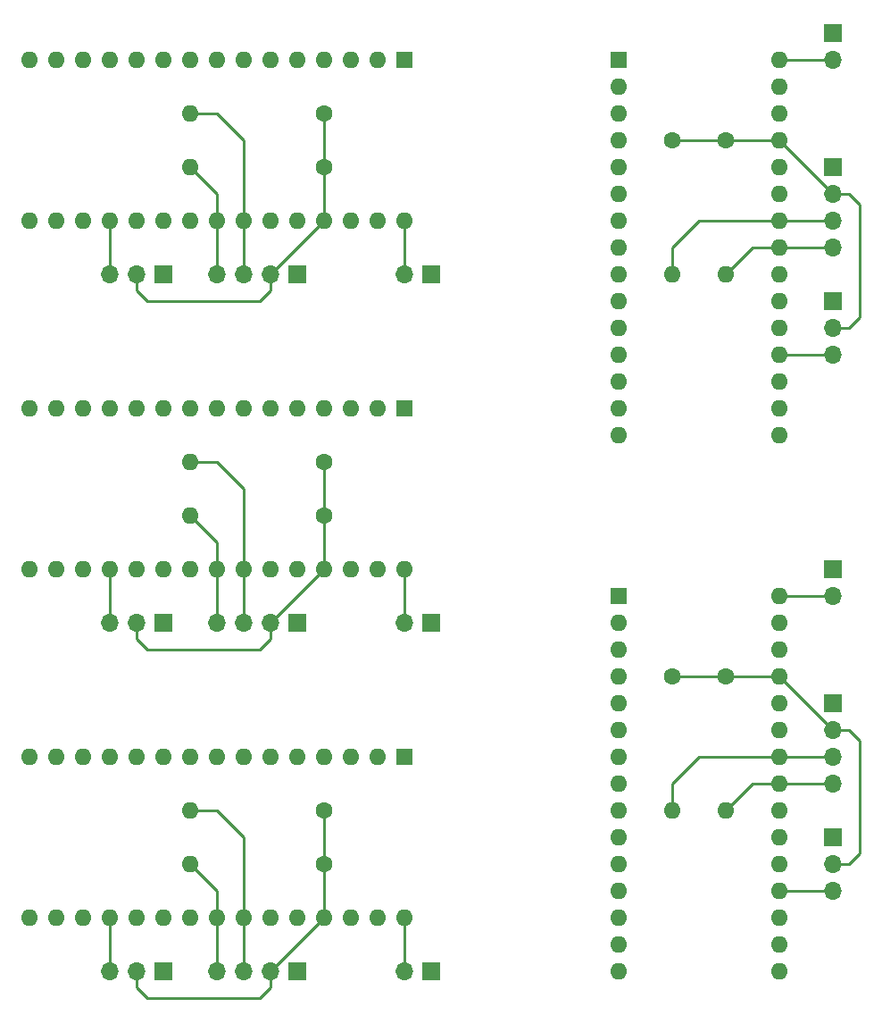
<source format=gbr>
G04 #@! TF.GenerationSoftware,KiCad,Pcbnew,5.1.5-52549c5~84~ubuntu18.04.1*
G04 #@! TF.CreationDate,2020-01-31T17:12:17+01:00*
G04 #@! TF.ProjectId,main-board,6d61696e-2d62-46f6-9172-642e6b696361,rev?*
G04 #@! TF.SameCoordinates,Original*
G04 #@! TF.FileFunction,Copper,L1,Top*
G04 #@! TF.FilePolarity,Positive*
%FSLAX46Y46*%
G04 Gerber Fmt 4.6, Leading zero omitted, Abs format (unit mm)*
G04 Created by KiCad (PCBNEW 5.1.5-52549c5~84~ubuntu18.04.1) date 2020-01-31 17:12:17*
%MOMM*%
%LPD*%
G04 APERTURE LIST*
%ADD10R,1.600000X1.600000*%
%ADD11O,1.600000X1.600000*%
%ADD12C,1.600000*%
%ADD13R,1.700000X1.700000*%
%ADD14O,1.700000X1.700000*%
%ADD15C,0.250000*%
G04 APERTURE END LIST*
D10*
X172720000Y-106680000D03*
D11*
X187960000Y-139700000D03*
X172720000Y-109220000D03*
X187960000Y-137160000D03*
X172720000Y-111760000D03*
X187960000Y-134620000D03*
X172720000Y-114300000D03*
X187960000Y-132080000D03*
X172720000Y-116840000D03*
X187960000Y-129540000D03*
X172720000Y-119380000D03*
X187960000Y-127000000D03*
X172720000Y-121920000D03*
X187960000Y-124460000D03*
X172720000Y-124460000D03*
X187960000Y-121920000D03*
X172720000Y-127000000D03*
X187960000Y-119380000D03*
X172720000Y-129540000D03*
X187960000Y-116840000D03*
X172720000Y-132080000D03*
X187960000Y-114300000D03*
X172720000Y-134620000D03*
X187960000Y-111760000D03*
X172720000Y-137160000D03*
X187960000Y-109220000D03*
X172720000Y-139700000D03*
X187960000Y-106680000D03*
X172720000Y-142240000D03*
X187960000Y-142240000D03*
D12*
X182880000Y-114300000D03*
D11*
X182880000Y-127000000D03*
D13*
X193040000Y-129540000D03*
D14*
X193040000Y-132080000D03*
X193040000Y-134620000D03*
D13*
X193040000Y-116840000D03*
D14*
X193040000Y-119380000D03*
X193040000Y-121920000D03*
X193040000Y-124460000D03*
D11*
X177800000Y-127000000D03*
D12*
X177800000Y-114300000D03*
D14*
X193040000Y-106680000D03*
D13*
X193040000Y-104140000D03*
D14*
X193040000Y-83820000D03*
X193040000Y-81280000D03*
D13*
X193040000Y-78740000D03*
D14*
X193040000Y-73660000D03*
X193040000Y-71120000D03*
X193040000Y-68580000D03*
D13*
X193040000Y-66040000D03*
X193040000Y-53340000D03*
D14*
X193040000Y-55880000D03*
D11*
X187960000Y-91440000D03*
X172720000Y-91440000D03*
X187960000Y-55880000D03*
X172720000Y-88900000D03*
X187960000Y-58420000D03*
X172720000Y-86360000D03*
X187960000Y-60960000D03*
X172720000Y-83820000D03*
X187960000Y-63500000D03*
X172720000Y-81280000D03*
X187960000Y-66040000D03*
X172720000Y-78740000D03*
X187960000Y-68580000D03*
X172720000Y-76200000D03*
X187960000Y-71120000D03*
X172720000Y-73660000D03*
X187960000Y-73660000D03*
X172720000Y-71120000D03*
X187960000Y-76200000D03*
X172720000Y-68580000D03*
X187960000Y-78740000D03*
X172720000Y-66040000D03*
X187960000Y-81280000D03*
X172720000Y-63500000D03*
X187960000Y-83820000D03*
X172720000Y-60960000D03*
X187960000Y-86360000D03*
X172720000Y-58420000D03*
X187960000Y-88900000D03*
D10*
X172720000Y-55880000D03*
D12*
X177800000Y-63500000D03*
D11*
X177800000Y-76200000D03*
X182880000Y-76200000D03*
D12*
X182880000Y-63500000D03*
D14*
X152400000Y-142240000D03*
D13*
X154940000Y-142240000D03*
X129540000Y-142240000D03*
D14*
X127000000Y-142240000D03*
X124460000Y-142240000D03*
D12*
X144780000Y-132080000D03*
D11*
X132080000Y-132080000D03*
D10*
X152400000Y-121920000D03*
D11*
X119380000Y-137160000D03*
X149860000Y-121920000D03*
X121920000Y-137160000D03*
X147320000Y-121920000D03*
X124460000Y-137160000D03*
X144780000Y-121920000D03*
X127000000Y-137160000D03*
X142240000Y-121920000D03*
X129540000Y-137160000D03*
X139700000Y-121920000D03*
X132080000Y-137160000D03*
X137160000Y-121920000D03*
X134620000Y-137160000D03*
X134620000Y-121920000D03*
X137160000Y-137160000D03*
X132080000Y-121920000D03*
X139700000Y-137160000D03*
X129540000Y-121920000D03*
X142240000Y-137160000D03*
X127000000Y-121920000D03*
X144780000Y-137160000D03*
X124460000Y-121920000D03*
X147320000Y-137160000D03*
X121920000Y-121920000D03*
X149860000Y-137160000D03*
X119380000Y-121920000D03*
X152400000Y-137160000D03*
X116840000Y-121920000D03*
X116840000Y-137160000D03*
X132080000Y-127000000D03*
D12*
X144780000Y-127000000D03*
D13*
X142240000Y-142240000D03*
D14*
X139700000Y-142240000D03*
X137160000Y-142240000D03*
X134620000Y-142240000D03*
D13*
X154940000Y-109220000D03*
D14*
X152400000Y-109220000D03*
D11*
X116840000Y-104140000D03*
X116840000Y-88900000D03*
X152400000Y-104140000D03*
X119380000Y-88900000D03*
X149860000Y-104140000D03*
X121920000Y-88900000D03*
X147320000Y-104140000D03*
X124460000Y-88900000D03*
X144780000Y-104140000D03*
X127000000Y-88900000D03*
X142240000Y-104140000D03*
X129540000Y-88900000D03*
X139700000Y-104140000D03*
X132080000Y-88900000D03*
X137160000Y-104140000D03*
X134620000Y-88900000D03*
X134620000Y-104140000D03*
X137160000Y-88900000D03*
X132080000Y-104140000D03*
X139700000Y-88900000D03*
X129540000Y-104140000D03*
X142240000Y-88900000D03*
X127000000Y-104140000D03*
X144780000Y-88900000D03*
X124460000Y-104140000D03*
X147320000Y-88900000D03*
X121920000Y-104140000D03*
X149860000Y-88900000D03*
X119380000Y-104140000D03*
D10*
X152400000Y-88900000D03*
D11*
X132080000Y-99060000D03*
D12*
X144780000Y-99060000D03*
D14*
X124460000Y-109220000D03*
X127000000Y-109220000D03*
D13*
X129540000Y-109220000D03*
D12*
X144780000Y-93980000D03*
D11*
X132080000Y-93980000D03*
D14*
X134620000Y-109220000D03*
X137160000Y-109220000D03*
X139700000Y-109220000D03*
D13*
X142240000Y-109220000D03*
D14*
X152400000Y-76200000D03*
D13*
X154940000Y-76200000D03*
D10*
X152400000Y-55880000D03*
D11*
X119380000Y-71120000D03*
X149860000Y-55880000D03*
X121920000Y-71120000D03*
X147320000Y-55880000D03*
X124460000Y-71120000D03*
X144780000Y-55880000D03*
X127000000Y-71120000D03*
X142240000Y-55880000D03*
X129540000Y-71120000D03*
X139700000Y-55880000D03*
X132080000Y-71120000D03*
X137160000Y-55880000D03*
X134620000Y-71120000D03*
X134620000Y-55880000D03*
X137160000Y-71120000D03*
X132080000Y-55880000D03*
X139700000Y-71120000D03*
X129540000Y-55880000D03*
X142240000Y-71120000D03*
X127000000Y-55880000D03*
X144780000Y-71120000D03*
X124460000Y-55880000D03*
X147320000Y-71120000D03*
X121920000Y-55880000D03*
X149860000Y-71120000D03*
X119380000Y-55880000D03*
X152400000Y-71120000D03*
X116840000Y-55880000D03*
X116840000Y-71120000D03*
D13*
X129540000Y-76200000D03*
D14*
X127000000Y-76200000D03*
X124460000Y-76200000D03*
D13*
X142240000Y-76200000D03*
D14*
X139700000Y-76200000D03*
X137160000Y-76200000D03*
X134620000Y-76200000D03*
D12*
X144780000Y-66040000D03*
D11*
X132080000Y-66040000D03*
X132080000Y-60960000D03*
D12*
X144780000Y-60960000D03*
D15*
X124460000Y-76200000D02*
X124460000Y-71120000D01*
X124460000Y-109220000D02*
X124460000Y-104140000D01*
X124460000Y-142240000D02*
X124460000Y-137160000D01*
X193040000Y-83820000D02*
X187960000Y-83820000D01*
X193040000Y-134620000D02*
X187960000Y-134620000D01*
X132080000Y-66040000D02*
X134620000Y-68580000D01*
X134620000Y-68580000D02*
X134620000Y-71120000D01*
X134620000Y-76200000D02*
X134620000Y-71120000D01*
X134620000Y-109220000D02*
X134620000Y-104140000D01*
X132080000Y-99060000D02*
X134620000Y-101600000D01*
X134620000Y-101600000D02*
X134620000Y-104140000D01*
X134620000Y-142240000D02*
X134620000Y-137160000D01*
X132080000Y-132080000D02*
X134620000Y-134620000D01*
X134620000Y-134620000D02*
X134620000Y-137160000D01*
X182880000Y-76200000D02*
X185420000Y-73660000D01*
X193040000Y-73660000D02*
X187960000Y-73660000D01*
X185420000Y-73660000D02*
X187960000Y-73660000D01*
X193040000Y-124460000D02*
X187960000Y-124460000D01*
X185420000Y-124460000D02*
X187960000Y-124460000D01*
X182880000Y-127000000D02*
X185420000Y-124460000D01*
X132080000Y-60960000D02*
X134620000Y-60960000D01*
X137160000Y-63500000D02*
X137160000Y-71120000D01*
X134620000Y-60960000D02*
X137160000Y-63500000D01*
X137160000Y-76200000D02*
X137160000Y-71120000D01*
X137160000Y-109220000D02*
X137160000Y-104140000D01*
X132080000Y-93980000D02*
X134620000Y-93980000D01*
X134620000Y-93980000D02*
X137160000Y-96520000D01*
X137160000Y-96520000D02*
X137160000Y-104140000D01*
X137160000Y-129540000D02*
X137160000Y-137160000D01*
X134620000Y-127000000D02*
X137160000Y-129540000D01*
X137160000Y-142240000D02*
X137160000Y-137160000D01*
X132080000Y-127000000D02*
X134620000Y-127000000D01*
X177800000Y-76200000D02*
X177800000Y-73660000D01*
X180340000Y-71120000D02*
X187960000Y-71120000D01*
X193040000Y-71120000D02*
X187960000Y-71120000D01*
X177800000Y-73660000D02*
X180340000Y-71120000D01*
X193040000Y-121920000D02*
X187960000Y-121920000D01*
X177800000Y-124460000D02*
X180340000Y-121920000D01*
X177800000Y-127000000D02*
X177800000Y-124460000D01*
X180340000Y-121920000D02*
X187960000Y-121920000D01*
X144780000Y-71120000D02*
X144780000Y-66040000D01*
X144780000Y-66040000D02*
X144780000Y-60960000D01*
X144780000Y-71120000D02*
X139700000Y-76200000D01*
X139700000Y-77724000D02*
X139700000Y-76200000D01*
X127000000Y-76200000D02*
X127000000Y-77724000D01*
X138684000Y-78740000D02*
X139700000Y-77724000D01*
X128016000Y-78740000D02*
X138684000Y-78740000D01*
X127000000Y-77724000D02*
X128016000Y-78740000D01*
X144780000Y-99060000D02*
X144780000Y-93980000D01*
X144780000Y-104140000D02*
X139700000Y-109220000D01*
X127000000Y-110744000D02*
X128016000Y-111760000D01*
X139700000Y-110744000D02*
X139700000Y-109220000D01*
X127000000Y-109220000D02*
X127000000Y-110744000D01*
X144780000Y-104140000D02*
X144780000Y-99060000D01*
X138684000Y-111760000D02*
X139700000Y-110744000D01*
X128016000Y-111760000D02*
X138684000Y-111760000D01*
X144780000Y-137160000D02*
X144780000Y-132080000D01*
X127000000Y-142240000D02*
X127000000Y-143764000D01*
X144780000Y-132080000D02*
X144780000Y-127000000D01*
X139700000Y-143764000D02*
X139700000Y-142240000D01*
X144780000Y-137160000D02*
X139700000Y-142240000D01*
X128016000Y-144780000D02*
X138684000Y-144780000D01*
X138684000Y-144780000D02*
X139700000Y-143764000D01*
X127000000Y-143764000D02*
X128016000Y-144780000D01*
X195580000Y-69596000D02*
X194564000Y-68580000D01*
X194564000Y-81280000D02*
X195580000Y-80264000D01*
X193040000Y-81280000D02*
X194564000Y-81280000D01*
X187960000Y-63500000D02*
X193040000Y-68580000D01*
X182880000Y-63500000D02*
X177800000Y-63500000D01*
X187960000Y-63500000D02*
X182880000Y-63500000D01*
X195580000Y-80264000D02*
X195580000Y-69596000D01*
X194564000Y-68580000D02*
X193040000Y-68580000D01*
X193040000Y-132080000D02*
X194564000Y-132080000D01*
X187960000Y-114300000D02*
X182880000Y-114300000D01*
X187960000Y-114300000D02*
X193040000Y-119380000D01*
X182880000Y-114300000D02*
X177800000Y-114300000D01*
X194564000Y-119380000D02*
X193040000Y-119380000D01*
X195580000Y-120396000D02*
X194564000Y-119380000D01*
X194564000Y-132080000D02*
X195580000Y-131064000D01*
X195580000Y-131064000D02*
X195580000Y-120396000D01*
X152400000Y-71120000D02*
X152400000Y-76200000D01*
X152400000Y-104140000D02*
X152400000Y-109220000D01*
X152400000Y-137160000D02*
X152400000Y-142240000D01*
X187960000Y-106680000D02*
X193040000Y-106680000D01*
X187960000Y-55880000D02*
X193040000Y-55880000D01*
M02*

</source>
